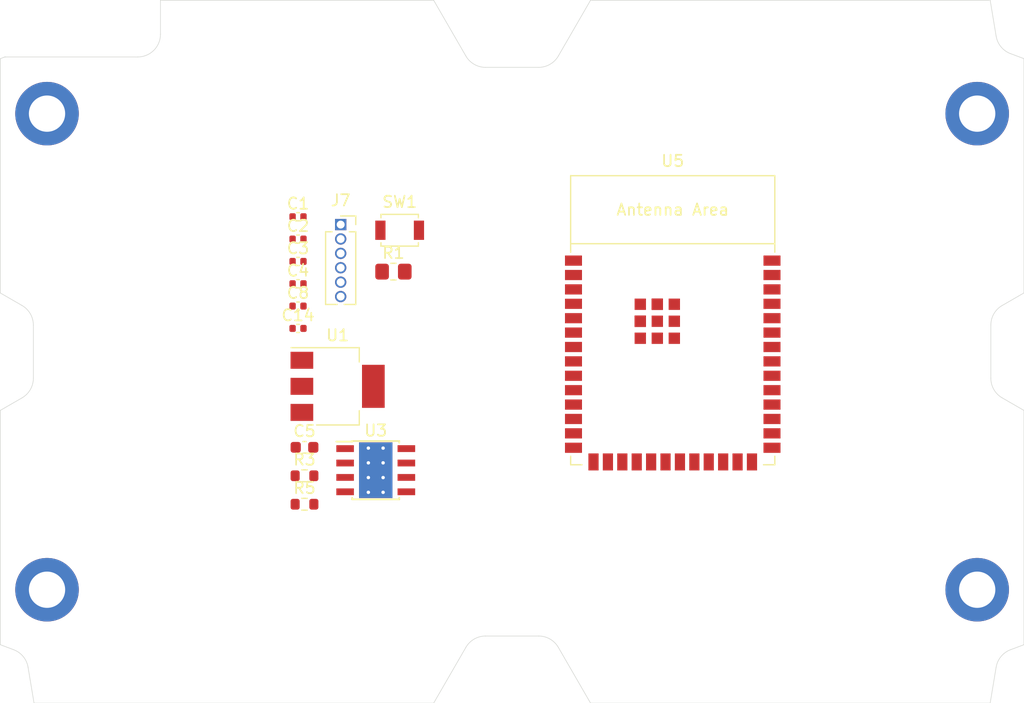
<source format=kicad_pcb>
(kicad_pcb (version 20240108) (generator "pcbnew") (generator_version "8.0")
  (layers (0 "F.Cu" signal) (31 "B.Cu" signal) (34 "B.Paste" user) (35 "F.Paste" user) (36 "B.SilkS" user "B.Silkscreen") (37 "F.SilkS" user "F.Silkscreen") (38 "B.Mask" user) (39 "F.Mask" user) (44 "Edge.Cuts" user))
  (net 0 "")
  (net 1 "/ESP_EN")
  (net 2 "GND")
  (net 3 "+3V3")
  (net 4 "+5V")
  (net 5 "/ESP_BOOT")
  (net 6 "/ESP_UART_RXD")
  (net 7 "/ESP_UART_TXD")
  (net 8 "VDD")
  (net 9 "Net-(U3-PG)")
  (net 10 "Net-(U3-FB)")
  (net 11 "Net-(U3-VCC)")
  (net 12 "Net-(U3-BOOT)")
  (net 13 "Net-(U3-SW)")
  (net 14 "/ESP_IO04")
  (net 15 "/ESP_IO05")
  (net 16 "/ESP_IO06")
  (net 17 "/ESP_IO07")
  (net 18 "/ESP_IO15")
  (net 19 "/ESP_IO16")
  (net 20 "/ESP_IO17")
  (net 21 "/ESP_IO18")
  (net 22 "/ESP_IO08")
  (net 23 "/ESP_IO19")
  (net 24 "/ESP_IO20")
  (net 25 "/ESP_IO03")
  (net 26 "/ESP_IO46")
  (net 27 "/ESP_IO09")
  (net 28 "/ESP_IO10")
  (net 29 "/ESP_IO11")
  (net 30 "/ESP_IO12")
  (net 31 "/ESP_IO13")
  (net 32 "/ESP_IO14")
  (net 33 "/ESP_IO21")
  (net 34 "/ESP_IO47")
  (net 35 "/ESP_IO48")
  (net 36 "/ESP_IO45")
  (net 37 "/ESP_IO00")
  (net 41 "/ESP_IO38")
  (net 42 "/ESP_IO39")
  (net 43 "/ESP_IO40")
  (net 44 "/ESP_IO41")
  (net 45 "/ESP_IO42")
  (net 46 "/ESP_IO44")
  (net 47 "/ESP_IO43")
  (net 48 "/ESP_IO02")
  (net 49 "/ESP_IO01")
  (footprint "Package_SO:Texas_HSOP-8-1EP_3.9x4.9mm_P1.27mm_ThermalVias" (layer "F.Cu") (at 70.9782 122.457)
    (property "Reference" "U3" (at 0 -3.5 0) (layer "F.SilkS"))
    (property "Value" "LMR33640DDDA")
    (fp_line (start -2.075 -2.575) (end -2.075 -2.525) (stroke (width 0.15)) (layer "F.SilkS"))
    (fp_line (start -2.075 -2.575) (end 2.075 -2.575) (stroke (width 0.15)) (layer "F.SilkS"))
    (fp_line (start -2.075 -2.525) (end -3.475 -2.525) (stroke (width 0.15)) (layer "F.SilkS"))
    (fp_line (start -2.075 2.575) (end -2.075 2.43) (stroke (width 0.15)) (layer "F.SilkS"))
    (fp_line (start -2.075 2.575) (end 2.075 2.575) (stroke (width 0.15)) (layer "F.SilkS"))
    (fp_line (start 2.075 -2.575) (end 2.075 -2.43) (stroke (width 0.15)) (layer "F.SilkS"))
    (fp_line (start 2.075 2.575) (end 2.075 2.43) (stroke (width 0.15)) (layer "F.SilkS"))
    (pad "1" smd rect (at -2.7 -1.905) (size 1.55 0.6) (layers "F.Cu" "F.Paste" "F.Mask") (net 2 "GND"))
    (pad "2" smd rect (at -2.7 -0.635) (size 1.55 0.6) (layers "F.Cu" "F.Paste" "F.Mask") (net 8 "VDD"))
    (pad "3" smd rect (at -2.7 0.635) (size 1.55 0.6) (layers "F.Cu" "F.Paste" "F.Mask") (net 8 "VDD"))
    (pad "4" smd rect (at -2.7 1.905) (size 1.55 0.6) (layers "F.Cu" "F.Paste" "F.Mask") (net 9 "Net-(U3-PG)"))
    (pad "5" smd rect (at 2.7 1.905) (size 1.55 0.6) (layers "F.Cu" "F.Paste" "F.Mask") (net 10 "Net-(U3-FB)"))
    (pad "6" smd rect (at 2.7 0.635) (size 1.55 0.6) (layers "F.Cu" "F.Paste" "F.Mask") (net 11 "Net-(U3-VCC)"))
    (pad "7" smd rect (at 2.7 -0.635) (size 1.55 0.6) (layers "F.Cu" "F.Paste" "F.Mask") (net 12 "Net-(U3-BOOT)"))
    (pad "8" smd rect (at 2.7 -1.905) (size 1.55 0.6) (layers "F.Cu" "F.Paste" "F.Mask") (net 13 "Net-(U3-SW)"))
    (pad "9" thru_hole circle (at -0.65 -1.95) (size 0.6 0.6) (drill 0.3) (layers "*.Cu") (net 2 "GND"))
    (pad "9" thru_hole circle (at -0.65 -0.65) (size 0.6 0.6) (drill 0.3) (layers "*.Cu") (net 2 "GND"))
    (pad "9" thru_hole circle (at -0.65 0.65) (size 0.6 0.6) (drill 0.3) (layers "*.Cu") (net 2 "GND"))
    (pad "9" thru_hole circle (at -0.65 1.95) (size 0.6 0.6) (drill 0.3) (layers "*.Cu") (net 2 "GND"))
    (pad "9" smd rect (at 0 0) (size 2.95 4.9) (layers "F.Cu") (net 2 "GND"))
    (pad "9" smd rect (at 0 0) (size 2.95 4.9) (layers "B.Cu") (net 2 "GND"))
    (pad "9" thru_hole circle (at 0.65 -1.95) (size 0.6 0.6) (drill 0.3) (layers "*.Cu") (net 2 "GND"))
    (pad "9" thru_hole circle (at 0.65 -0.65) (size 0.6 0.6) (drill 0.3) (layers "*.Cu") (net 2 "GND"))
    (pad "9" thru_hole circle (at 0.65 0.65) (size 0.6 0.6) (drill 0.3) (layers "*.Cu") (net 2 "GND"))
    (pad "9" thru_hole circle (at 0.65 1.95) (size 0.6 0.6) (drill 0.3) (layers "*.Cu") (net 2 "GND"))
  )
  (footprint "Espressif:ESP32-S3-WROOM-2" (layer "F.Cu") (at 97.1608 112.2258)
    (property "Reference" "U5" (at 0 -17.05 0) (layer "F.SilkS"))
    (property "Value" "ESP32-S3-WROOM-2")
    (fp_line (start -9 -15.75) (end -9 -9) (stroke (width 0.12)) (layer "F.SilkS"))
    (fp_line (start -9 -15.75) (end 9 -15.75) (stroke (width 0.12)) (layer "F.SilkS"))
    (fp_line (start -9 9) (end -9 9.75) (stroke (width 0.12)) (layer "F.SilkS"))
    (fp_line (start -9 9.75) (end -8 9.75) (stroke (width 0.12)) (layer "F.SilkS"))
    (fp_line (start 9 -15.75) (end 9 -9) (stroke (width 0.12)) (layer "F.SilkS"))
    (fp_line (start 9 -9.75) (end -9 -9.75) (stroke (width 0.12)) (layer "F.SilkS"))
    (fp_line (start 9 9) (end 9 9.75) (stroke (width 0.12)) (layer "F.SilkS"))
    (fp_line (start 9 9.75) (end 8 9.75) (stroke (width 0.12)) (layer "F.SilkS"))
    (fp_text user "Antenna Area" (at 0 -12.75 0) (layer "F.SilkS"))
    (pad "1" smd rect (at -8.75 -8.26) (size 1.5 0.9) (layers "F.Cu" "F.Paste" "F.Mask") (net 2 "GND"))
    (pad "2" smd rect (at -8.75 -6.99) (size 1.5 0.9) (layers "F.Cu" "F.Paste" "F.Mask") (net 3 "+3V3"))
    (pad "3" smd rect (at -8.75 -5.72) (size 1.5 0.9) (layers "F.Cu" "F.Paste" "F.Mask") (net 1 "/ESP_EN"))
    (pad "4" smd rect (at -8.75 -4.45) (size 1.5 0.9) (layers "F.Cu" "F.Paste" "F.Mask") (net 14 "/ESP_IO04"))
    (pad "5" smd rect (at -8.75 -3.18) (size 1.5 0.9) (layers "F.Cu" "F.Paste" "F.Mask") (net 15 "/ESP_IO05"))
    (pad "6" smd rect (at -8.75 -1.91) (size 1.5 0.9) (layers "F.Cu" "F.Paste" "F.Mask") (net 16 "/ESP_IO06"))
    (pad "7" smd rect (at -8.75 -0.64) (size 1.5 0.9) (layers "F.Cu" "F.Paste" "F.Mask") (net 17 "/ESP_IO07"))
    (pad "8" smd rect (at -8.75 0.63) (size 1.5 0.9) (layers "F.Cu" "F.Paste" "F.Mask") (net 18 "/ESP_IO15"))
    (pad "9" smd rect (at -8.75 1.9) (size 1.5 0.9) (layers "F.Cu" "F.Paste" "F.Mask") (net 19 "/ESP_IO16"))
    (pad "10" smd rect (at -8.75 3.17) (size 1.5 0.9) (layers "F.Cu" "F.Paste" "F.Mask") (net 20 "/ESP_IO17"))
    (pad "11" smd rect (at -8.75 4.44) (size 1.5 0.9) (layers "F.Cu" "F.Paste" "F.Mask") (net 21 "/ESP_IO18"))
    (pad "12" smd rect (at -8.75 5.71) (size 1.5 0.9) (layers "F.Cu" "F.Paste" "F.Mask") (net 22 "/ESP_IO08"))
    (pad "13" smd rect (at -8.75 6.98) (size 1.5 0.9) (layers "F.Cu" "F.Paste" "F.Mask") (net 23 "/ESP_IO19"))
    (pad "14" smd rect (at -8.75 8.25) (size 1.5 0.9) (layers "F.Cu" "F.Paste" "F.Mask") (net 24 "/ESP_IO20"))
    (pad "15" smd rect (at -6.985 9.5 90) (size 1.5 0.9) (layers "F.Cu" "F.Paste" "F.Mask") (net 25 "/ESP_IO03"))
    (pad "16" smd rect (at -5.715 9.5 90) (size 1.5 0.9) (layers "F.Cu" "F.Paste" "F.Mask") (net 26 "/ESP_IO46"))
    (pad "17" smd rect (at -4.445 9.5 90) (size 1.5 0.9) (layers "F.Cu" "F.Paste" "F.Mask") (net 27 "/ESP_IO09"))
    (pad "18" smd rect (at -3.175 9.5 90) (size 1.5 0.9) (layers "F.Cu" "F.Paste" "F.Mask") (net 28 "/ESP_IO10"))
    (pad "19" smd rect (at -1.905 9.5 90) (size 1.5 0.9) (layers "F.Cu" "F.Paste" "F.Mask") (net 29 "/ESP_IO11"))
    (pad "20" smd rect (at -0.635 9.5 90) (size 1.5 0.9) (layers "F.Cu" "F.Paste" "F.Mask") (net 30 "/ESP_IO12"))
    (pad "21" smd rect (at 0.635 9.5 90) (size 1.5 0.9) (layers "F.Cu" "F.Paste" "F.Mask") (net 31 "/ESP_IO13"))
    (pad "22" smd rect (at 1.905 9.5 90) (size 1.5 0.9) (layers "F.Cu" "F.Paste" "F.Mask") (net 32 "/ESP_IO14"))
    (pad "23" smd rect (at 3.175 9.5 90) (size 1.5 0.9) (layers "F.Cu" "F.Paste" "F.Mask") (net 33 "/ESP_IO21"))
    (pad "24" smd rect (at 4.445 9.5 90) (size 1.5 0.9) (layers "F.Cu" "F.Paste" "F.Mask") (net 34 "/ESP_IO47"))
    (pad "25" smd rect (at 5.715 9.5 90) (size 1.5 0.9) (layers "F.Cu" "F.Paste" "F.Mask") (net 35 "/ESP_IO48"))
    (pad "26" smd rect (at 6.985 9.5 90) (size 1.5 0.9) (layers "F.Cu" "F.Paste" "F.Mask") (net 36 "/ESP_IO45"))
    (pad "27" smd rect (at 8.75 8.25 180) (size 1.5 0.9) (layers "F.Cu" "F.Paste" "F.Mask") (net 37 "/ESP_IO00"))
    (pad "28" smd rect (at 8.75 6.98 180) (size 1.5 0.9) (layers "F.Cu" "F.Paste" "F.Mask"))
    (pad "29" smd rect (at 8.75 5.71 180) (size 1.5 0.9) (layers "F.Cu" "F.Paste" "F.Mask"))
    (pad "30" smd rect (at 8.75 4.44 180) (size 1.5 0.9) (layers "F.Cu" "F.Paste" "F.Mask"))
    (pad "31" smd rect (at 8.75 3.17 180) (size 1.5 0.9) (layers "F.Cu" "F.Paste" "F.Mask") (net 41 "/ESP_IO38"))
    (pad "32" smd rect (at 8.75 1.9 180) (size 1.5 0.9) (layers "F.Cu" "F.Paste" "F.Mask") (net 42 "/ESP_IO39"))
    (pad "33" smd rect (at 8.75 0.63 180) (size 1.5 0.9) (layers "F.Cu" "F.Paste" "F.Mask") (net 43 "/ESP_IO40"))
    (pad "34" smd rect (at 8.75 -0.64 180) (size 1.5 0.9) (layers "F.Cu" "F.Paste" "F.Mask") (net 44 "/ESP_IO41"))
    (pad "35" smd rect (at 8.75 -1.91 180) (size 1.5 0.9) (layers "F.Cu" "F.Paste" "F.Mask") (net 45 "/ESP_IO42"))
    (pad "36" smd rect (at 8.75 -3.18 180) (size 1.5 0.9) (layers "F.Cu" "F.Paste" "F.Mask") (net 46 "/ESP_IO44"))
    (pad "37" smd rect (at 8.75 -4.45 180) (size 1.5 0.9) (layers "F.Cu" "F.Paste" "F.Mask") (net 47 "/ESP_IO43"))
    (pad "38" smd rect (at 8.75 -5.72 180) (size 1.5 0.9) (layers "F.Cu" "F.Paste" "F.Mask") (net 48 "/ESP_IO02"))
    (pad "39" smd rect (at 8.75 -6.99 180) (size 1.5 0.9) (layers "F.Cu" "F.Paste" "F.Mask") (net 49 "/ESP_IO01"))
    (pad "40" smd rect (at 8.75 -8.26 180) (size 1.5 0.9) (layers "F.Cu" "F.Paste" "F.Mask") (net 2 "GND"))
    (pad "41" smd rect (at -2.86 -4.41 180) (size 1 1) (layers "F.Cu" "F.Paste" "F.Mask") (net 2 "GND"))
    (pad "41" smd rect (at -2.86 -2.91 180) (size 1 1) (layers "F.Cu" "F.Paste" "F.Mask") (net 2 "GND"))
    (pad "41" smd rect (at -2.86 -2.91 180) (size 1 1) (layers "F.Cu" "F.Paste" "F.Mask") (net 2 "GND"))
    (pad "41" smd rect (at -2.86 -1.41 180) (size 1 1) (layers "F.Cu" "F.Paste" "F.Mask") (net 2 "GND"))
    (pad "41" smd rect (at -1.36 -4.41 180) (size 1 1) (layers "F.Cu" "F.Paste" "F.Mask") (net 2 "GND"))
    (pad "41" smd rect (at -1.36 -4.41 180) (size 1 1) (layers "F.Cu" "F.Paste" "F.Mask") (net 2 "GND"))
    (pad "41" smd rect (at -1.36 -2.91 180) (size 1 1) (layers "F.Cu" "F.Paste" "F.Mask") (net 2 "GND"))
    (pad "41" smd rect (at -1.36 -1.41 180) (size 1 1) (layers "F.Cu" "F.Paste" "F.Mask") (net 2 "GND"))
    (pad "41" smd rect (at 0.14 -4.41 180) (size 1 1) (layers "F.Cu" "F.Paste" "F.Mask") (net 2 "GND"))
    (pad "41" smd rect (at 0.14 -2.91 180) (size 1 1) (layers "F.Cu" "F.Paste" "F.Mask") (net 2 "GND"))
    (pad "41" smd rect (at 0.14 -1.41 180) (size 1 1) (layers "F.Cu" "F.Paste" "F.Mask") (net 2 "GND"))
  )
  (footprint "Capacitor_SMD:C_0402_1005Metric" (layer "F.Cu") (at 64.1282 100.097)
    (property "Reference" "C1" (at 0 -1.16 0) (layer "F.SilkS"))
    (property "Value" "1µF")
    (fp_line (start -0.107836 -0.36) (end 0.107836 -0.36) (stroke (width 0.12)) (layer "F.SilkS"))
    (fp_line (start -0.107836 0.36) (end 0.107836 0.36) (stroke (width 0.12)) (layer "F.SilkS"))
    (pad "1" smd roundrect (at -0.48 0) (size 0.56 0.62) (layers "F.Cu" "F.Paste" "F.Mask") (net 1 "/ESP_EN"))
    (pad "2" smd roundrect (at 0.48 0) (size 0.56 0.62) (layers "F.Cu" "F.Paste" "F.Mask") (net 2 "GND"))
  )
  (footprint "Capacitor_SMD:C_0603_1608Metric" (layer "F.Cu") (at 64.6982 120.437)
    (property "Reference" "C5" (at 0 -1.43 0) (layer "F.SilkS"))
    (property "Value" "1µF")
    (fp_line (start -0.14058 -0.51) (end 0.14058 -0.51) (stroke (width 0.12)) (layer "F.SilkS"))
    (fp_line (start -0.14058 0.51) (end 0.14058 0.51) (stroke (width 0.12)) (layer "F.SilkS"))
    (pad "1" smd roundrect (at -0.775 0) (size 0.9 0.95) (layers "F.Cu" "F.Paste" "F.Mask") (net 1 "/ESP_EN"))
    (pad "2" smd roundrect (at 0.775 0) (size 0.9 0.95) (layers "F.Cu" "F.Paste" "F.Mask") (net 2 "GND"))
  )
  (footprint "Capacitor_SMD:C_0402_1005Metric" (layer "F.Cu") (at 64.1282 109.947)
    (property "Reference" "C14" (at 0 -1.16 0) (layer "F.SilkS"))
    (property "Value" "10µF")
    (fp_line (start -0.107836 -0.36) (end 0.107836 -0.36) (stroke (width 0.12)) (layer "F.SilkS"))
    (fp_line (start -0.107836 0.36) (end 0.107836 0.36) (stroke (width 0.12)) (layer "F.SilkS"))
    (pad "1" smd roundrect (at -0.48 0) (size 0.56 0.62) (layers "F.Cu" "F.Paste" "F.Mask") (net 2 "GND"))
    (pad "2" smd roundrect (at 0.48 0) (size 0.56 0.62) (layers "F.Cu" "F.Paste" "F.Mask") (net 4 "+5V"))
  )
  (footprint "Capacitor_SMD:C_0402_1005Metric" (layer "F.Cu") (at 64.1282 104.037)
    (property "Reference" "C3" (at 0 -1.16 0) (layer "F.SilkS"))
    (property "Value" "1µF")
    (fp_line (start -0.107836 -0.36) (end 0.107836 -0.36) (stroke (width 0.12)) (layer "F.SilkS"))
    (fp_line (start -0.107836 0.36) (end 0.107836 0.36) (stroke (width 0.12)) (layer "F.SilkS"))
    (pad "1" smd roundrect (at -0.48 0) (size 0.56 0.62) (layers "F.Cu" "F.Paste" "F.Mask") (net 2 "GND"))
    (pad "2" smd roundrect (at 0.48 0) (size 0.56 0.62) (layers "F.Cu" "F.Paste" "F.Mask") (net 3 "+3V3"))
  )
  (footprint "MountingHole:MountingHole_3.2mm_M3_DIN965_Pad" (layer "F.Cu") (at 42 91)
    (property "Reference" "H1" (hide yes))
    (property "Value" "M3 MountingHole" (hide yes))
    (pad "1" thru_hole circle (at 0 0) (size 5.6 5.6) (drill 3.2) (layers "*.Cu" "*.Mask"))
  )
  (footprint "Resistor_SMD:R_0603_1608Metric" (layer "F.Cu") (at 64.6982 125.457)
    (property "Reference" "R5" (at 0 -1.43 0) (layer "F.SilkS"))
    (property "Value" "10k")
    (fp_line (start -0.237258 -0.5225) (end 0.237258 -0.5225) (stroke (width 0.12)) (layer "F.SilkS"))
    (fp_line (start -0.237258 0.5225) (end 0.237258 0.5225) (stroke (width 0.12)) (layer "F.SilkS"))
    (pad "1" smd roundrect (at -0.825 0) (size 0.8 0.95) (layers "F.Cu" "F.Paste" "F.Mask") (net 3 "+3V3"))
    (pad "2" smd roundrect (at 0.825 0) (size 0.8 0.95) (layers "F.Cu" "F.Paste" "F.Mask") (net 5 "/ESP_BOOT"))
  )
  (footprint "MountingHole:MountingHole_3.2mm_M3_DIN965_Pad" (layer "F.Cu") (at 124 91)
    (property "Reference" "H2" (hide yes))
    (property "Value" "M3 MountingHole" (hide yes))
    (pad "1" thru_hole circle (at 0 0) (size 5.6 5.6) (drill 3.2) (layers "*.Cu" "*.Mask"))
  )
  (footprint "Capacitor_SMD:C_0402_1005Metric" (layer "F.Cu") (at 64.1282 107.977)
    (property "Reference" "C8" (at 0 -1.16 0) (layer "F.SilkS"))
    (property "Value" "10µF")
    (fp_line (start -0.107836 -0.36) (end 0.107836 -0.36) (stroke (width 0.12)) (layer "F.SilkS"))
    (fp_line (start -0.107836 0.36) (end 0.107836 0.36) (stroke (width 0.12)) (layer "F.SilkS"))
    (pad "1" smd roundrect (at -0.48 0) (size 0.56 0.62) (layers "F.Cu" "F.Paste" "F.Mask") (net 2 "GND"))
    (pad "2" smd roundrect (at 0.48 0) (size 0.56 0.62) (layers "F.Cu" "F.Paste" "F.Mask") (net 3 "+3V3"))
  )
  (footprint "MountingHole:MountingHole_3.2mm_M3_DIN965_Pad" (layer "F.Cu") (at 124 133)
    (property "Reference" "H4" (hide yes))
    (property "Value" "M3 MountingHole" (hide yes))
    (pad "1" thru_hole circle (at 0 0) (size 5.6 5.6) (drill 3.2) (layers "*.Cu" "*.Mask"))
  )
  (footprint "Resistor_SMD:R_0805_2012Metric_Pad1.20x1.40mm_HandSolder" (layer "F.Cu") (at 72.5382 104.937)
    (property "Reference" "R1" (at 0 -1.65 0) (layer "F.SilkS"))
    (property "Value" "10K")
    (fp_line (start -0.227064 -0.735) (end 0.227064 -0.735) (stroke (width 0.12)) (layer "F.SilkS"))
    (fp_line (start -0.227064 0.735) (end 0.227064 0.735) (stroke (width 0.12)) (layer "F.SilkS"))
    (pad "1" smd roundrect (at -1 0) (size 1.2 1.4) (layers "F.Cu" "F.Paste" "F.Mask") (roundrect_rratio 0.208333) (net 1 "/ESP_EN"))
    (pad "2" smd roundrect (at 1 0) (size 1.2 1.4) (layers "F.Cu" "F.Paste" "F.Mask") (roundrect_rratio 0.208333) (net 3 "+3V3"))
  )
  (footprint "Button_Switch_SMD:SW_SPST_B3U-1000P" (layer "F.Cu") (at 73.0882 101.287)
    (property "Reference" "SW1" (at 0 -2.5 0) (layer "F.SilkS"))
    (property "Value" "SW_Push")
    (fp_line (start -1.65 -1.4) (end 1.65 -1.4) (stroke (width 0.12)) (layer "F.SilkS"))
    (fp_line (start -1.65 -1.1) (end -1.65 -1.4) (stroke (width 0.12)) (layer "F.SilkS"))
    (fp_line (start -1.65 1.1) (end -1.65 1.4) (stroke (width 0.12)) (layer "F.SilkS"))
    (fp_line (start -1.65 1.4) (end 1.65 1.4) (stroke (width 0.12)) (layer "F.SilkS"))
    (fp_line (start 1.65 -1.4) (end 1.65 -1.1) (stroke (width 0.12)) (layer "F.SilkS"))
    (fp_line (start 1.65 1.4) (end 1.65 1.1) (stroke (width 0.12)) (layer "F.SilkS"))
    (pad "1" smd rect (at -1.7 0) (size 0.9 1.7) (layers "F.Cu" "F.Paste" "F.Mask") (net 1 "/ESP_EN"))
    (pad "2" smd rect (at 1.7 0) (size 0.9 1.7) (layers "F.Cu" "F.Paste" "F.Mask") (net 2 "GND"))
  )
  (footprint "Package_TO_SOT_SMD:SOT-223-3_TabPin2" (layer "F.Cu") (at 67.6182 115.057)
    (property "Reference" "U1" (at 0 -4.5 0) (layer "F.SilkS"))
    (property "Value" "AMS1117-3.3")
    (fp_line (start -4.1 -3.41) (end 1.91 -3.41) (stroke (width 0.12)) (layer "F.SilkS"))
    (fp_line (start -1.85 3.41) (end 1.91 3.41) (stroke (width 0.12)) (layer "F.SilkS"))
    (fp_line (start 1.91 -3.41) (end 1.91 -2.15) (stroke (width 0.12)) (layer "F.SilkS"))
    (fp_line (start 1.91 3.41) (end 1.91 2.15) (stroke (width 0.12)) (layer "F.SilkS"))
    (pad "1" smd rect (at -3.15 -2.3) (size 2 1.5) (layers "F.Cu" "F.Paste" "F.Mask") (net 2 "GND"))
    (pad "2" smd rect (at -3.15 0) (size 2 1.5) (layers "F.Cu" "F.Paste" "F.Mask") (net 3 "+3V3"))
    (pad "2" smd rect (at 3.15 0) (size 2 3.8) (layers "F.Cu" "F.Paste" "F.Mask") (net 3 "+3V3"))
    (pad "3" smd rect (at -3.15 2.3) (size 2 1.5) (layers "F.Cu" "F.Paste" "F.Mask") (net 4 "+5V"))
  )
  (footprint "Resistor_SMD:R_0603_1608Metric" (layer "F.Cu") (at 64.6982 122.947)
    (property "Reference" "R3" (at 0 -1.43 0) (layer "F.SilkS"))
    (property "Value" "10k")
    (fp_line (start -0.237258 -0.5225) (end 0.237258 -0.5225) (stroke (width 0.12)) (layer "F.SilkS"))
    (fp_line (start -0.237258 0.5225) (end 0.237258 0.5225) (stroke (width 0.12)) (layer "F.SilkS"))
    (pad "1" smd roundrect (at -0.825 0) (size 0.8 0.95) (layers "F.Cu" "F.Paste" "F.Mask") (net 3 "+3V3"))
    (pad "2" smd roundrect (at 0.825 0) (size 0.8 0.95) (layers "F.Cu" "F.Paste" "F.Mask") (net 1 "/ESP_EN"))
  )
  (footprint "Capacitor_SMD:C_0402_1005Metric" (layer "F.Cu") (at 64.1282 106.007)
    (property "Reference" "C4" (at 0 -1.16 0) (layer "F.SilkS"))
    (property "Value" "100nF")
    (fp_line (start -0.107836 -0.36) (end 0.107836 -0.36) (stroke (width 0.12)) (layer "F.SilkS"))
    (fp_line (start -0.107836 0.36) (end 0.107836 0.36) (stroke (width 0.12)) (layer "F.SilkS"))
    (pad "1" smd roundrect (at -0.48 0) (size 0.56 0.62) (layers "F.Cu" "F.Paste" "F.Mask") (net 2 "GND"))
    (pad "2" smd roundrect (at 0.48 0) (size 0.56 0.62) (layers "F.Cu" "F.Paste" "F.Mask") (net 3 "+3V3"))
  )
  (footprint "Capacitor_SMD:C_0402_1005Metric" (layer "F.Cu") (at 64.1282 102.067)
    (property "Reference" "C2" (at 0 -1.16 0) (layer "F.SilkS"))
    (property "Value" "10µF")
    (fp_line (start -0.107836 -0.36) (end 0.107836 -0.36) (stroke (width 0.12)) (layer "F.SilkS"))
    (fp_line (start -0.107836 0.36) (end 0.107836 0.36) (stroke (width 0.12)) (layer "F.SilkS"))
    (pad "1" smd roundrect (at -0.48 0) (size 0.56 0.62) (layers "F.Cu" "F.Paste" "F.Mask") (net 2 "GND"))
    (pad "2" smd roundrect (at 0.48 0) (size 0.56 0.62) (layers "F.Cu" "F.Paste" "F.Mask") (net 3 "+3V3"))
  )
  (footprint "MountingHole:MountingHole_3.2mm_M3_DIN965_Pad" (layer "F.Cu") (at 42 133)
    (property "Reference" "H3" (hide yes))
    (property "Value" "M3 MountingHole" (hide yes))
    (pad "1" thru_hole circle (at 0 0) (size 5.6 5.6) (drill 3.2) (layers "*.Cu" "*.Mask"))
  )
  (footprint "Connector_PinSocket_1.27mm:PinSocket_1x06_P1.27mm_Vertical" (layer "F.Cu") (at 67.8882 100.787)
    (property "Reference" "J7" (at 0 -2.135 0) (layer "F.SilkS"))
    (property "Value" "Conn_01x06_Female")
    (fp_line (start -1.33 0.635) (end -1.33 7.045) (stroke (width 0.12)) (layer "F.SilkS"))
    (fp_line (start -1.33 0.635) (end -0.76 0.635) (stroke (width 0.12)) (layer "F.SilkS"))
    (fp_line (start -1.33 7.045) (end -0.30753 7.045) (stroke (width 0.12)) (layer "F.SilkS"))
    (fp_line (start 0 -0.76) (end 1.33 -0.76) (stroke (width 0.12)) (layer "F.SilkS"))
    (fp_line (start 0.30753 7.045) (end 1.33 7.045) (stroke (width 0.12)) (layer "F.SilkS"))
    (fp_line (start 0.76 0.635) (end 1.33 0.635) (stroke (width 0.12)) (layer "F.SilkS"))
    (fp_line (start 1.33 -0.76) (end 1.33 0) (stroke (width 0.12)) (layer "F.SilkS"))
    (fp_line (start 1.33 0.635) (end 1.33 7.045) (stroke (width 0.12)) (layer "F.SilkS"))
    (pad "1" thru_hole rect (at 0 0) (size 1 1) (drill 0.7) (layers "*.Cu" "*.Mask") (net 2 "GND"))
    (pad "2" thru_hole oval (at 0 1.27) (size 1 1) (drill 0.7) (layers "*.Cu" "*.Mask") (net 5 "/ESP_BOOT"))
    (pad "3" thru_hole oval (at 0 2.54) (size 1 1) (drill 0.7) (layers "*.Cu" "*.Mask") (net 1 "/ESP_EN"))
    (pad "4" thru_hole oval (at 0 3.81) (size 1 1) (drill 0.7) (layers "*.Cu" "*.Mask") (net 3 "+3V3"))
    (pad "5" thru_hole oval (at 0 5.08) (size 1 1) (drill 0.7) (layers "*.Cu" "*.Mask") (net 6 "/ESP_UART_RXD"))
    (pad "6" thru_hole oval (at 0 6.35) (size 1 1) (drill 0.7) (layers "*.Cu" "*.Mask") (net 7 "/ESP_UART_TXD"))
  )
  (gr_line (start 76.087009 143) (end 40.855439 143) (stroke (width 0.05)) (layer "Edge.Cuts"))
  (gr_line (start 76.087009 81) (end 78.925129 85.915768) (stroke (width 0.05)) (layer "Edge.Cuts"))
  (gr_arc (start 40.795768 114.34282) (mid 40.527819 115.34282) (end 39.795768 116.074871) (stroke (width 0.05)) (layer "Edge.Cuts"))
  (gr_arc (start 125.204232 109.65718) (mid 125.472181 108.65718) (end 126.204232 107.925129) (stroke (width 0.05)) (layer "Edge.Cuts"))
  (gr_line (start 128.12 86.149515) (end 128.12 106.81906) (stroke (width 0.05)) (layer "Edge.Cuts"))
  (gr_line (start 39.795768 107.925129) (end 37.88 106.81906) (stroke (width 0.05)) (layer "Edge.Cuts"))
  (gr_line (start 85.34282 137.084232) (end 80.65718 137.084232) (stroke (width 0.05)) (layer "Edge.Cuts"))
  (gr_line (start 89.912991 81) (end 125.144561 81) (stroke (width 0.05)) (layer "Edge.Cuts"))
  (gr_circle (center 42 91) (end 41 91) (stroke (width 0.05)) (fill none) (layer "Edge.Cuts"))
  (gr_line (start 125.144561 81) (end 125.671046 84.163439) (stroke (width 0.05)) (layer "Edge.Cuts"))
  (gr_arc (start 125.671046 139.83656) (mid 126.09953 138.894118) (end 126.941829 138.29218) (stroke (width 0.05)) (layer "Edge.Cuts"))
  (gr_circle (center 124 91) (end 123 91) (stroke (width 0.05)) (fill none) (layer "Edge.Cuts"))
  (gr_line (start 78.925129 138.084232) (end 76.087009 143) (stroke (width 0.05)) (layer "Edge.Cuts"))
  (gr_arc (start 126.941829 85.707819) (mid 126.09953 85.105882) (end 125.671046 84.163439) (stroke (width 0.05)) (layer "Edge.Cuts"))
  (gr_line (start 38.328646 86) (end 50 86) (stroke (width 0.05)) (layer "Edge.Cuts"))
  (gr_line (start 39.058171 138.29218) (end 37.88 137.850485) (stroke (width 0.05)) (layer "Edge.Cuts"))
  (gr_line (start 126.941829 85.70782) (end 128.12 86.149515) (stroke (width 0.05)) (layer "Edge.Cuts"))
  (gr_line (start 125.671046 139.836561) (end 125.144561 143) (stroke (width 0.05)) (layer "Edge.Cuts"))
  (gr_arc (start 52 84) (mid 51.414214 85.414214) (end 50 86) (stroke (width 0.05)) (layer "Edge.Cuts"))
  (gr_line (start 126.204232 116.074871) (end 128.12 117.18094) (stroke (width 0.05)) (layer "Edge.Cuts"))
  (gr_line (start 128.12 117.18094) (end 128.12 137.850485) (stroke (width 0.05)) (layer "Edge.Cuts"))
  (gr_line (start 40.795768 114.34282) (end 40.795768 109.65718) (stroke (width 0.05)) (layer "Edge.Cuts"))
  (gr_line (start 87.074871 85.915768) (end 89.912991 81) (stroke (width 0.05)) (layer "Edge.Cuts"))
  (gr_line (start 52 81) (end 76.087009 81) (stroke (width 0.05)) (layer "Edge.Cuts"))
  (gr_line (start 128.12 137.850485) (end 126.941829 138.29218) (stroke (width 0.05)) (layer "Edge.Cuts"))
  (gr_arc (start 78.925129 138.084232) (mid 79.65718 137.352181) (end 80.65718 137.084232) (stroke (width 0.05)) (layer "Edge.Cuts"))
  (gr_arc (start 126.204232 116.074871) (mid 125.472181 115.34282) (end 125.204232 114.34282) (stroke (width 0.05)) (layer "Edge.Cuts"))
  (gr_arc (start 39.795768 107.925129) (mid 40.527819 108.65718) (end 40.795768 109.65718) (stroke (width 0.05)) (layer "Edge.Cuts"))
  (gr_line (start 52 84) (end 52 81) (stroke (width 0.05)) (layer "Edge.Cuts"))
  (gr_line (start 89.912991 143) (end 87.074871 138.084232) (stroke (width 0.05)) (layer "Edge.Cuts"))
  (gr_line (start 40.855439 143) (end 40.328954 139.836561) (stroke (width 0.05)) (layer "Edge.Cuts"))
  (gr_line (start 37.88 86.149515) (end 38.280369 85.999417) (stroke (width 0.05)) (layer "Edge.Cuts"))
  (gr_line (start 125.144561 143) (end 89.912991 143) (stroke (width 0.05)) (layer "Edge.Cuts"))
  (gr_arc (start 85.34282 137.084232) (mid 86.34282 137.352181) (end 87.074871 138.084232) (stroke (width 0.05)) (layer "Edge.Cuts"))
  (gr_arc (start 87.074871 85.915768) (mid 86.34282 86.647819) (end 85.34282 86.915768) (stroke (width 0.05)) (layer "Edge.Cuts"))
  (gr_arc (start 38.328646 86) (mid 38.304506 85.999854) (end 38.280369 85.999417) (stroke (width 0.05)) (layer "Edge.Cuts"))
  (gr_circle (center 124 133) (end 123 133) (stroke (width 0.05)) (fill none) (layer "Edge.Cuts"))
  (gr_line (start 80.65718 86.915768) (end 85.34282 86.915768) (stroke (width 0.05)) (layer "Edge.Cuts"))
  (gr_arc (start 80.65718 86.915768) (mid 79.65718 86.647819) (end 78.925129 85.915768) (stroke (width 0.05)) (layer "Edge.Cuts"))
  (gr_line (start 125.204232 109.65718) (end 125.204232 114.34282) (stroke (width 0.05)) (layer "Edge.Cuts"))
  (gr_line (start 37.88 117.18094) (end 39.795768 116.074871) (stroke (width 0.05)) (layer "Edge.Cuts"))
  (gr_line (start 37.88 137.850485) (end 37.88 117.18094) (stroke (width 0.05)) (layer "Edge.Cuts"))
  (gr_circle (center 42 133) (end 41 133) (stroke (width 0.05)) (fill none) (layer "Edge.Cuts"))
  (gr_arc (start 39.058171 138.292181) (mid 39.90047 138.894118) (end 40.328954 139.836561) (stroke (width 0.05)) (layer "Edge.Cuts"))
  (gr_line (start 37.88 106.81906) (end 37.88 86.149515) (stroke (width 0.05)) (layer "Edge.Cuts"))
  (gr_line (start 128.12 106.81906) (end 126.204232 107.925129) (stroke (width 0.05)) (layer "Edge.Cuts"))
)
</source>
